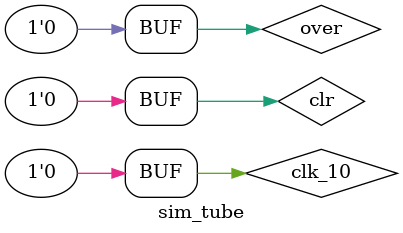
<source format=v>
`timescale 1ns / 1ps


module sim_tube;

	// Inputs
	reg clk_10;
	reg clr;
	reg over;

	// Outputs
	wire [9:0] x1;
	wire [9:0] y1;
	wire [9:0] x2;
	wire [9:0] y2;
	wire [9:0] x3;
	wire [9:0] y3;
	wire score;

	// Instantiate the Unit Under Test (UUT)
	Tube uut (
		.clk_10(clk_10), 
		.clr(clr), 
		.over(over), 
		.x1(x1), 
		.y1(y1), 
		.x2(x2), 
		.y2(y2), 
		.x3(x3), 
		.y3(y3), 
		.score(score)
	);

	initial begin
		// Initialize Inputs
		clk_10 = 0;
		clr = 0;
		over = 0;

		// Wait 100 ns for global reset to finish
		#100;
        
		// Add stimulus here

	end
	
	always begin
	clk_10=1'b1;#10;
	clk_10=1'b0;#10;
	end
      
endmodule


</source>
